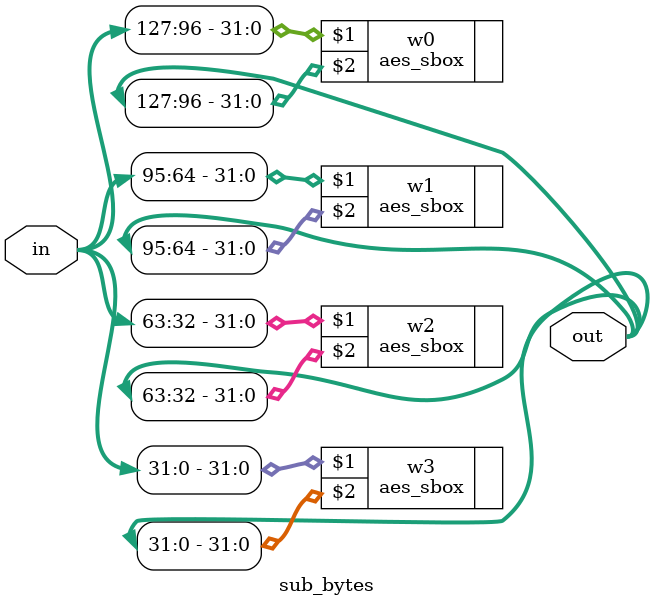
<source format=v>
module sub_bytes (in, out);
input [127:0] in;
output wire [127:0] out;


aes_sbox w0(in[127-:32], out[127-:32]);
aes_sbox w1(in[95-:32], out[95-:32]);
aes_sbox w2(in[63-:32], out[63-:32]);
aes_sbox w3(in[31-:32], out[31-:32]);

endmodule
</source>
